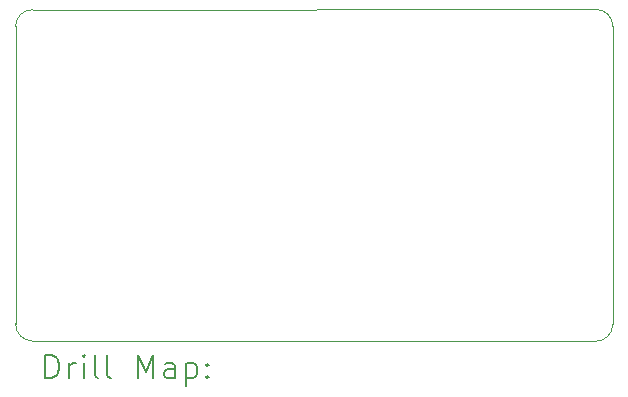
<source format=gbr>
%TF.GenerationSoftware,KiCad,Pcbnew,(6.0.7)*%
%TF.CreationDate,2023-01-29T13:38:15+01:00*%
%TF.ProjectId,udemy,7564656d-792e-46b6-9963-61645f706362,rev?*%
%TF.SameCoordinates,Original*%
%TF.FileFunction,Drillmap*%
%TF.FilePolarity,Positive*%
%FSLAX45Y45*%
G04 Gerber Fmt 4.5, Leading zero omitted, Abs format (unit mm)*
G04 Created by KiCad (PCBNEW (6.0.7)) date 2023-01-29 13:38:15*
%MOMM*%
%LPD*%
G01*
G04 APERTURE LIST*
%ADD10C,0.100000*%
%ADD11C,0.200000*%
G04 APERTURE END LIST*
D10*
X16532500Y-5476055D02*
X11761989Y-5477500D01*
X11617589Y-5619987D02*
X11617513Y-8138100D01*
X11760000Y-8282500D02*
X16530000Y-8285000D01*
X11617513Y-8138100D02*
G75*
G03*
X11760000Y-8282500I142487J-1900D01*
G01*
X16530000Y-8284997D02*
G75*
G03*
X16674400Y-8142513I1900J142487D01*
G01*
X16674982Y-5620455D02*
G75*
G03*
X16532500Y-5476055I-142482J1905D01*
G01*
X11761989Y-5477501D02*
G75*
G03*
X11617589Y-5619987I-1899J-142489D01*
G01*
X16674400Y-8142513D02*
X16674987Y-5620455D01*
D11*
X11870119Y-8600486D02*
X11870119Y-8400486D01*
X11917738Y-8400486D01*
X11946309Y-8410010D01*
X11965357Y-8429057D01*
X11974881Y-8448105D01*
X11984405Y-8486200D01*
X11984405Y-8514772D01*
X11974881Y-8552867D01*
X11965357Y-8571915D01*
X11946309Y-8590962D01*
X11917738Y-8600486D01*
X11870119Y-8600486D01*
X12070119Y-8600486D02*
X12070119Y-8467153D01*
X12070119Y-8505248D02*
X12079643Y-8486200D01*
X12089167Y-8476676D01*
X12108214Y-8467153D01*
X12127262Y-8467153D01*
X12193928Y-8600486D02*
X12193928Y-8467153D01*
X12193928Y-8400486D02*
X12184405Y-8410010D01*
X12193928Y-8419534D01*
X12203452Y-8410010D01*
X12193928Y-8400486D01*
X12193928Y-8419534D01*
X12317738Y-8600486D02*
X12298690Y-8590962D01*
X12289167Y-8571915D01*
X12289167Y-8400486D01*
X12422500Y-8600486D02*
X12403452Y-8590962D01*
X12393928Y-8571915D01*
X12393928Y-8400486D01*
X12651071Y-8600486D02*
X12651071Y-8400486D01*
X12717738Y-8543343D01*
X12784405Y-8400486D01*
X12784405Y-8600486D01*
X12965357Y-8600486D02*
X12965357Y-8495724D01*
X12955833Y-8476676D01*
X12936786Y-8467153D01*
X12898690Y-8467153D01*
X12879643Y-8476676D01*
X12965357Y-8590962D02*
X12946309Y-8600486D01*
X12898690Y-8600486D01*
X12879643Y-8590962D01*
X12870119Y-8571915D01*
X12870119Y-8552867D01*
X12879643Y-8533819D01*
X12898690Y-8524296D01*
X12946309Y-8524296D01*
X12965357Y-8514772D01*
X13060595Y-8467153D02*
X13060595Y-8667153D01*
X13060595Y-8476676D02*
X13079643Y-8467153D01*
X13117738Y-8467153D01*
X13136786Y-8476676D01*
X13146309Y-8486200D01*
X13155833Y-8505248D01*
X13155833Y-8562391D01*
X13146309Y-8581438D01*
X13136786Y-8590962D01*
X13117738Y-8600486D01*
X13079643Y-8600486D01*
X13060595Y-8590962D01*
X13241548Y-8581438D02*
X13251071Y-8590962D01*
X13241548Y-8600486D01*
X13232024Y-8590962D01*
X13241548Y-8581438D01*
X13241548Y-8600486D01*
X13241548Y-8476676D02*
X13251071Y-8486200D01*
X13241548Y-8495724D01*
X13232024Y-8486200D01*
X13241548Y-8476676D01*
X13241548Y-8495724D01*
M02*

</source>
